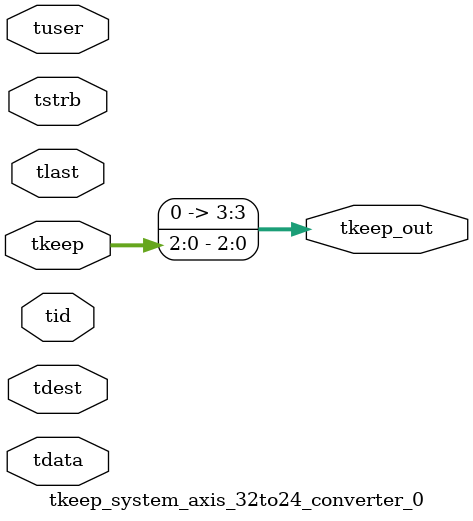
<source format=v>


`timescale 1ps/1ps

module tkeep_system_axis_32to24_converter_0 #
(
parameter C_S_AXIS_TDATA_WIDTH = 32,
parameter C_S_AXIS_TUSER_WIDTH = 0,
parameter C_S_AXIS_TID_WIDTH   = 0,
parameter C_S_AXIS_TDEST_WIDTH = 0,
parameter C_M_AXIS_TDATA_WIDTH = 32
)
(
input  [(C_S_AXIS_TDATA_WIDTH == 0 ? 1 : C_S_AXIS_TDATA_WIDTH)-1:0     ] tdata,
input  [(C_S_AXIS_TUSER_WIDTH == 0 ? 1 : C_S_AXIS_TUSER_WIDTH)-1:0     ] tuser,
input  [(C_S_AXIS_TID_WIDTH   == 0 ? 1 : C_S_AXIS_TID_WIDTH)-1:0       ] tid,
input  [(C_S_AXIS_TDEST_WIDTH == 0 ? 1 : C_S_AXIS_TDEST_WIDTH)-1:0     ] tdest,
input  [(C_S_AXIS_TDATA_WIDTH/8)-1:0 ] tkeep,
input  [(C_S_AXIS_TDATA_WIDTH/8)-1:0 ] tstrb,
input                                                                    tlast,
output [(C_M_AXIS_TDATA_WIDTH/8)-1:0 ] tkeep_out
);

assign tkeep_out = {tkeep[2:0]};

endmodule


</source>
